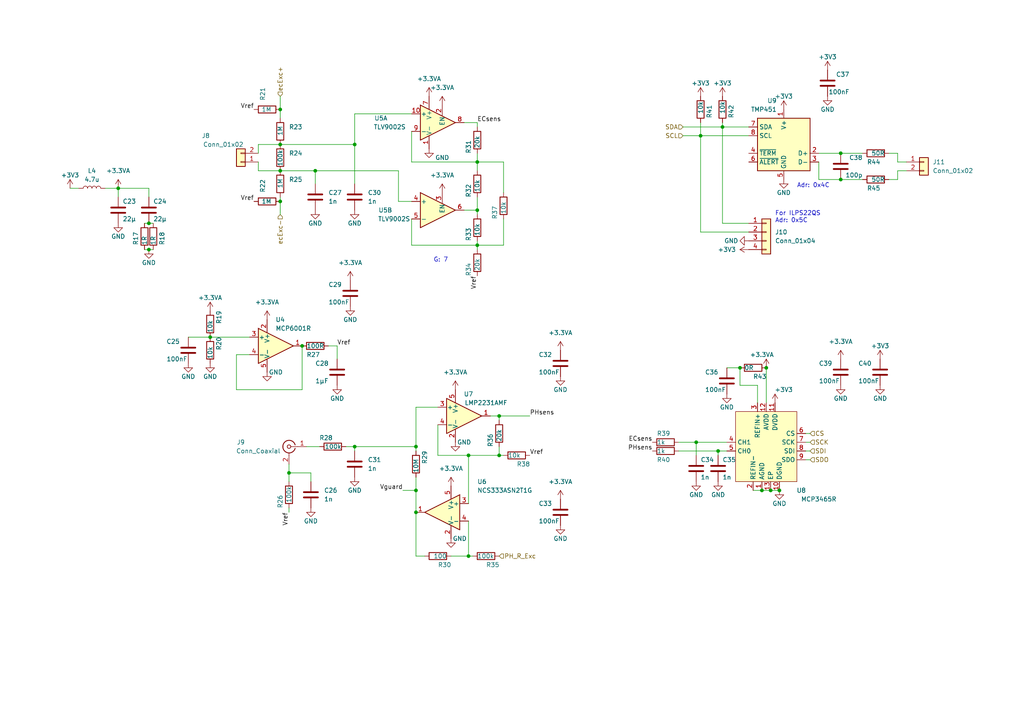
<source format=kicad_sch>
(kicad_sch (version 20211123) (generator eeschema)
  (paper "A4")
  (lib_symbols
    (symbol "Amplifier_Operational:MCP6001R" (pin_names (offset 0.127))
      (property "Reference" "U" (at 0 5.08 0))
      (property "Value" "MCP6001R" (at 0 -5.08 0))
      (symbol "MCP6001R_0_1"
        (polyline (pts (xy -5.08 5.08) (xy 5.08 0) (xy -5.08 -5.08) (xy -5.08 5.08)) (stroke (width 0.254)) (fill (type background)))
        (pin power_in line (at -2.54 7.62 270) (length 3.81) (name "V+") (number "2"))
        (pin power_in line (at -2.54 -7.62 90) (length 3.81) (name "V-") (number "5"))
      )
      (symbol "MCP6001R_1_1"
        (pin output line (at 7.62 0 180) (length 2.54) (name "~") (number "1"))
        (pin input line (at -7.62 2.54 0) (length 2.54) (name "+") (number "3"))
        (pin input line (at -7.62 -2.54 0) (length 2.54) (name "-") (number "4"))
      )
    )
    (symbol "Bergi:LMP2231AMF" (pin_names (offset 0.127))
      (property "Reference" "U" (at 7.62 2.54 0))
      (property "Value" "LMP2231AMF" (at 10.16 -5.08 0))
      (symbol "LMP2231AMF_0_1"
        (polyline (pts (xy -2.54 5.08) (xy -2.54 -5.08) (xy 7.62 0) (xy -2.54 5.08)) (stroke (width 0.254)) (fill (type background)))
      )
      (symbol "LMP2231AMF_1_1"
        (pin output line (at 10.16 0 180) (length 2.54) (name "~") (number "1"))
        (pin power_in line (at 0 -7.62 90) (length 3.81) (name "V-") (number "2"))
        (pin input line (at -5.08 2.54 0) (length 2.54) (name "+") (number "3"))
        (pin input line (at -5.08 -2.54 0) (length 2.54) (name "-") (number "4"))
        (pin power_in line (at 0 7.62 270) (length 3.81) (name "V+") (number "5"))
      )
    )
    (symbol "Bergi:MCP3465R"
      (property "Reference" "U" (at -10.16 11.43 0))
      (property "Value" "MCP3465R" (at 8.89 11.43 0))
      (symbol "MCP3465R_0_1"
        (rectangle (start -10.16 10.16) (end 7.62 -10.16) (fill (type background)))
      )
      (symbol "MCP3465R_1_1"
        (pin unspecified line (at -2.54 -12.7 90) (length 2.54) (name "AGND") (number "1"))
        (pin unspecified line (at 2.54 -12.7 90) (length 2.54) (name "DGND") (number "10"))
        (pin unspecified line (at 1.27 12.7 270) (length 2.54) (name "DVDD") (number "11"))
        (pin unspecified line (at -1.27 12.7 270) (length 2.54) (name "AVDD") (number "12"))
        (pin unspecified line (at 0 -12.7 90) (length 2.54) (name "EP") (number "13"))
        (pin unspecified line (at -5.08 -12.7 90) (length 2.54) (name "REFIN-") (number "2"))
        (pin unspecified line (at -3.81 12.7 270) (length 2.54) (name "REFIN+") (number "3"))
        (pin unspecified line (at -12.7 1.27 0) (length 2.54) (name "CH1") (number "4"))
        (pin unspecified line (at -12.7 -1.27 0) (length 2.54) (name "CH0") (number "5"))
        (pin unspecified line (at 10.16 3.81 180) (length 2.54) (name "CS") (number "6"))
        (pin unspecified line (at 10.16 1.27 180) (length 2.54) (name "SCK") (number "7"))
        (pin unspecified line (at 10.16 -1.27 180) (length 2.54) (name "SDI") (number "8"))
        (pin unspecified line (at 10.16 -3.81 180) (length 2.54) (name "SDO") (number "9"))
      )
    )
    (symbol "Bergi:NCS333ASN2T1G" (pin_names (offset 0.127))
      (property "Reference" "U" (at 7.62 2.54 0))
      (property "Value" "NCS333ASN2T1G" (at 10.16 -5.08 0))
      (symbol "NCS333ASN2T1G_0_1"
        (polyline (pts (xy -2.54 5.08) (xy -2.54 -5.08) (xy 7.62 0) (xy -2.54 5.08)) (stroke (width 0.254)) (fill (type background)))
      )
      (symbol "NCS333ASN2T1G_1_1"
        (pin output line (at 10.16 0 180) (length 2.54) (name "~") (number "1"))
        (pin power_in line (at 0 -7.62 90) (length 3.81) (name "V-") (number "2"))
        (pin input line (at -5.08 2.54 0) (length 2.54) (name "+") (number "3"))
        (pin input line (at -5.08 -2.54 0) (length 2.54) (name "-") (number "4"))
        (pin power_in line (at 0 7.62 270) (length 3.81) (name "V+") (number "5"))
      )
    )
    (symbol "Bergi:TLV9002S" (pin_names (offset 0.127))
      (property "Reference" "U" (at 0 5.08 0))
      (property "Value" "TLV9002S" (at 0 -5.08 0))
      (symbol "TLV9002S_1_1"
        (polyline (pts (xy -5.08 5.08) (xy 5.08 0) (xy -5.08 -5.08) (xy -5.08 5.08)) (stroke (width 0.254)) (fill (type background)))
        (pin input line (at -7.62 2.54 0) (length 2.54) (name "+") (number "10"))
        (pin output line (at 1.27 5.08 270) (length 3.175) (name "EN") (number "2"))
        (pin output line (at 7.62 0 180) (length 2.54) (name "~") (number "8"))
        (pin input line (at -7.62 -2.54 0) (length 2.54) (name "-") (number "9"))
      )
      (symbol "TLV9002S_2_1"
        (polyline (pts (xy -5.08 5.08) (xy 5.08 0) (xy -5.08 -5.08) (xy -5.08 5.08)) (stroke (width 0.254)) (fill (type background)))
        (pin output line (at 1.27 5.08 270) (length 3.175) (name "EN") (number "3"))
        (pin input line (at -7.62 2.54 0) (length 2.54) (name "+") (number "4"))
        (pin input line (at -7.62 -2.54 0) (length 2.54) (name "-") (number "5"))
        (pin output line (at 7.62 0 180) (length 2.54) (name "~") (number "6"))
      )
      (symbol "TLV9002S_3_1"
        (pin power_in line (at -2.54 -7.62 90) (length 3.81) (name "V-") (number "1"))
        (pin power_in line (at -2.54 7.62 270) (length 3.81) (name "V+") (number "7"))
      )
    )
    (symbol "Connector:Conn_Coaxial" (pin_names (offset 1.016) hide)
      (property "Reference" "J" (at 0.254 3.048 0))
      (property "Value" "Conn_Coaxial" (at 2.921 0 90))
      (symbol "Conn_Coaxial_0_1"
        (arc (start -1.778 -0.508) (mid 0.2311 -1.8066) (end 1.778 0) (stroke (width 0.254)))
        (polyline (pts (xy -2.54 0) (xy -0.508 0)))
        (polyline (pts (xy 0 -2.54) (xy 0 -1.778)))
        (circle (center 0 0) (radius 0.508) (stroke (width 0.2032)))
        (arc (start 1.778 0) (mid 0.2099 1.8101) (end -1.778 0.508) (stroke (width 0.254)))
      )
      (symbol "Conn_Coaxial_1_1"
        (pin passive line (at -5.08 0 0) (length 2.54) (name "In") (number "1"))
        (pin passive line (at 0 -5.08 90) (length 2.54) (name "Ext") (number "2"))
      )
    )
    (symbol "Connector_Generic:Conn_01x02" (pin_names (offset 1.016) hide)
      (property "Reference" "J" (at 0 2.54 0))
      (property "Value" "Conn_01x02" (at 0 -5.08 0))
      (symbol "Conn_01x02_1_1"
        (rectangle (start -1.27 -2.413) (end 0 -2.667) (stroke (width 0.1524)))
        (rectangle (start -1.27 0.127) (end 0 -0.127) (stroke (width 0.1524)))
        (rectangle (start -1.27 1.27) (end 1.27 -3.81) (stroke (width 0.254)) (fill (type background)))
        (pin passive line (at -5.08 0 0) (length 3.81) (name "Pin_1") (number "1"))
        (pin passive line (at -5.08 -2.54 0) (length 3.81) (name "Pin_2") (number "2"))
      )
    )
    (symbol "Connector_Generic:Conn_01x04" (pin_names (offset 1.016) hide)
      (property "Reference" "J" (at 0 5.08 0))
      (property "Value" "Conn_01x04" (at 0 -7.62 0))
      (symbol "Conn_01x04_1_1"
        (rectangle (start -1.27 -4.953) (end 0 -5.207) (stroke (width 0.1524)))
        (rectangle (start -1.27 -2.413) (end 0 -2.667) (stroke (width 0.1524)))
        (rectangle (start -1.27 0.127) (end 0 -0.127) (stroke (width 0.1524)))
        (rectangle (start -1.27 2.667) (end 0 2.413) (stroke (width 0.1524)))
        (rectangle (start -1.27 3.81) (end 1.27 -6.35) (stroke (width 0.254)) (fill (type background)))
        (pin passive line (at -5.08 2.54 0) (length 3.81) (name "Pin_1") (number "1"))
        (pin passive line (at -5.08 0 0) (length 3.81) (name "Pin_2") (number "2"))
        (pin passive line (at -5.08 -2.54 0) (length 3.81) (name "Pin_3") (number "3"))
        (pin passive line (at -5.08 -5.08 0) (length 3.81) (name "Pin_4") (number "4"))
      )
    )
    (symbol "Device:C" (pin_numbers hide) (pin_names (offset 0.254))
      (property "Reference" "C" (at 0.635 2.54 0))
      (property "Value" "C" (at 0.635 -2.54 0))
      (symbol "C_0_1"
        (polyline (pts (xy -2.032 -0.762) (xy 2.032 -0.762)) (stroke (width 0.508)))
        (polyline (pts (xy -2.032 0.762) (xy 2.032 0.762)) (stroke (width 0.508)))
      )
      (symbol "C_1_1"
        (pin passive line (at 0 3.81 270) (length 2.794) (name "~") (number "1"))
        (pin passive line (at 0 -3.81 90) (length 2.794) (name "~") (number "2"))
      )
    )
    (symbol "Device:L" (pin_numbers hide) (pin_names (offset 1.016) hide)
      (property "Reference" "L" (at -1.27 0 90))
      (property "Value" "L" (at 1.905 0 90))
      (symbol "L_0_1"
        (arc (start 0 -2.54) (mid 0.635 -1.905) (end 0 -1.27))
        (arc (start 0 -1.27) (mid 0.635 -0.635) (end 0 0))
        (arc (start 0 0) (mid 0.635 0.635) (end 0 1.27))
        (arc (start 0 1.27) (mid 0.635 1.905) (end 0 2.54))
      )
      (symbol "L_1_1"
        (pin passive line (at 0 3.81 270) (length 1.27) (name "1") (number "1"))
        (pin passive line (at 0 -3.81 90) (length 1.27) (name "2") (number "2"))
      )
    )
    (symbol "Device:R" (pin_numbers hide) (pin_names (offset 0))
      (property "Reference" "R" (at 2.032 0 90))
      (property "Value" "R" (at 0 0 90))
      (symbol "R_0_1"
        (rectangle (start -1.016 -2.54) (end 1.016 2.54) (stroke (width 0.254)))
      )
      (symbol "R_1_1"
        (pin passive line (at 0 3.81 270) (length 1.27) (name "~") (number "1"))
        (pin passive line (at 0 -3.81 90) (length 1.27) (name "~") (number "2"))
      )
    )
    (symbol "Sensor_Temperature:TMP411"
      (property "Reference" "U" (at -7.62 8.89 0))
      (property "Value" "TMP411" (at 1.27 8.89 0))
      (symbol "TMP411_0_1"
        (rectangle (start -7.62 7.62) (end 7.62 -7.62) (stroke (width 0.254)) (fill (type background)))
      )
      (symbol "TMP411_1_1"
        (pin power_in line (at 0 10.16 270) (length 2.54) (name "V+") (number "1"))
        (pin passive line (at -10.16 -2.54 0) (length 2.54) (name "D+") (number "2"))
        (pin passive line (at -10.16 -5.08 0) (length 2.54) (name "D-") (number "3"))
        (pin open_collector line (at 10.16 -2.54 180) (length 2.54) (name "~{TERM}") (number "4"))
        (pin power_in line (at 0 -10.16 90) (length 2.54) (name "GND") (number "5"))
        (pin open_collector line (at 10.16 -5.08 180) (length 2.54) (name "~{ALERT}") (number "6"))
        (pin bidirectional line (at 10.16 5.08 180) (length 2.54) (name "SDA") (number "7"))
        (pin input line (at 10.16 2.54 180) (length 2.54) (name "SCL") (number "8"))
      )
    )
    (symbol "power:+3.3VA" (power) (pin_names (offset 0))
      (property "Value" "+3.3VA" (at 0 3.556 0))
      (symbol "+3.3VA_0_1"
        (polyline (pts (xy -0.762 1.27) (xy 0 2.54)))
        (polyline (pts (xy 0 0) (xy 0 2.54)))
        (polyline (pts (xy 0 2.54) (xy 0.762 1.27)))
      )
      (symbol "+3.3VA_1_1"
        (pin power_in line (at 0 0 90) (length 0) hide (name "+3.3VA") (number "1"))
      )
    )
    (symbol "power:+3V3" (power) (pin_names (offset 0))
      (property "Value" "+3V3" (at 0 3.556 0))
      (symbol "+3V3_0_1"
        (polyline (pts (xy -0.762 1.27) (xy 0 2.54)))
        (polyline (pts (xy 0 0) (xy 0 2.54)))
        (polyline (pts (xy 0 2.54) (xy 0.762 1.27)))
      )
      (symbol "+3V3_1_1"
        (pin power_in line (at 0 0 90) (length 0) hide (name "+3V3") (number "1"))
      )
    )
    (symbol "power:GND" (power) (pin_names (offset 0))
      (property "Value" "GND" (at 0 -3.81 0))
      (symbol "GND_0_1"
        (polyline (pts (xy 0 0) (xy 0 -1.27) (xy 1.27 -1.27) (xy 0 -2.54) (xy -1.27 -1.27) (xy 0 -1.27)))
      )
      (symbol "GND_1_1"
        (pin power_in line (at 0 0 270) (length 0) hide (name "GND") (number "1"))
      )
    )
  )
  (junction (at 120.65 129.54))
  (junction (at 60.96 97.79))
  (junction (at 214.63 106.68))
  (junction (at 243.84 44.45))
  (junction (at 138.43 60.96))
  (junction (at 138.43 71.12))
  (junction (at 81.28 31.75))
  (junction (at 81.28 41.91))
  (junction (at 203.2 39.37))
  (junction (at 34.29 54.61))
  (junction (at 83.82 137.16))
  (junction (at 222.25 106.68))
  (junction (at 102.87 129.54))
  (junction (at 209.55 36.83))
  (junction (at 120.65 148.59))
  (junction (at 91.44 49.53))
  (junction (at 220.98 142.24))
  (junction (at 81.28 49.53))
  (junction (at 208.28 130.81))
  (junction (at 138.43 46.99))
  (junction (at 135.89 132.08))
  (junction (at 243.84 52.07))
  (junction (at 87.63 100.33))
  (junction (at 223.52 142.24))
  (junction (at 144.78 120.65))
  (junction (at 43.18 64.77))
  (junction (at 201.93 128.27))
  (junction (at 43.18 72.39))
  (junction (at 81.28 58.42))
  (junction (at 120.65 142.24))
  (junction (at 135.89 161.29))
  (junction (at 226.06 142.24))
  (junction (at 102.87 41.91))
  (junction (at 144.78 132.08))
  (wire (pts (xy 91.44 49.53) (xy 115.57 49.53)))
  (wire (pts (xy 81.28 58.42) (xy 81.28 57.15)))
  (wire (pts (xy 102.87 53.34) (xy 102.87 41.91)))
  (wire (pts (xy 144.78 129.54) (xy 144.78 132.08)))
  (wire (pts (xy 41.91 64.77) (xy 43.18 64.77)))
  (wire (pts (xy 233.68 130.81) (xy 234.95 130.81)))
  (wire (pts (xy 214.63 111.76) (xy 214.63 106.68)))
  (wire (pts (xy 217.17 67.31) (xy 203.2 67.31)))
  (wire (pts (xy 233.68 125.73) (xy 234.95 125.73)))
  (wire (pts (xy 81.28 62.23) (xy 81.28 58.42)))
  (wire (pts (xy 102.87 130.81) (xy 102.87 129.54)))
  (wire (pts (xy 262.89 46.99) (xy 260.35 46.99)))
  (wire (pts (xy 260.35 44.45) (xy 257.81 44.45)))
  (wire (pts (xy 135.89 132.08) (xy 135.89 146.05)))
  (wire (pts (xy 138.43 71.12) (xy 138.43 72.39)))
  (wire (pts (xy 90.17 139.7) (xy 90.17 137.16)))
  (wire (pts (xy 43.18 64.77) (xy 44.45 64.77)))
  (wire (pts (xy 138.43 44.45) (xy 138.43 46.99)))
  (wire (pts (xy 135.89 132.08) (xy 144.78 132.08)))
  (wire (pts (xy 198.12 39.37) (xy 203.2 39.37)))
  (wire (pts (xy 209.55 36.83) (xy 217.17 36.83)))
  (wire (pts (xy 120.65 129.54) (xy 102.87 129.54)))
  (wire (pts (xy 88.9 129.54) (xy 92.71 129.54)))
  (wire (pts (xy 120.65 138.43) (xy 120.65 142.24)))
  (wire (pts (xy 74.93 46.99) (xy 74.93 49.53)))
  (wire (pts (xy 237.49 52.07) (xy 243.84 52.07)))
  (wire (pts (xy 102.87 33.02) (xy 102.87 41.91)))
  (wire (pts (xy 119.38 71.12) (xy 138.43 71.12)))
  (wire (pts (xy 74.93 41.91) (xy 81.28 41.91)))
  (wire (pts (xy 120.65 148.59) (xy 120.65 142.24)))
  (wire (pts (xy 34.29 54.61) (xy 34.29 57.15)))
  (wire (pts (xy 250.19 44.45) (xy 243.84 44.45)))
  (wire (pts (xy 127 132.08) (xy 135.89 132.08)))
  (wire (pts (xy 120.65 161.29) (xy 123.19 161.29)))
  (wire (pts (xy 115.57 49.53) (xy 115.57 58.42)))
  (wire (pts (xy 217.17 64.77) (xy 209.55 64.77)))
  (wire (pts (xy 138.43 69.85) (xy 138.43 71.12)))
  (wire (pts (xy 201.93 132.08) (xy 201.93 128.27)))
  (wire (pts (xy 220.98 142.24) (xy 223.52 142.24)))
  (wire (pts (xy 219.71 116.84) (xy 219.71 111.76)))
  (wire (pts (xy 237.49 46.99) (xy 237.49 52.07)))
  (wire (pts (xy 120.65 129.54) (xy 120.65 130.81)))
  (wire (pts (xy 81.28 49.53) (xy 91.44 49.53)))
  (wire (pts (xy 83.82 137.16) (xy 83.82 134.62)))
  (wire (pts (xy 68.58 102.87) (xy 68.58 113.03)))
  (wire (pts (xy 134.62 60.96) (xy 138.43 60.96)))
  (wire (pts (xy 203.2 35.56) (xy 203.2 39.37)))
  (wire (pts (xy 260.35 52.07) (xy 257.81 52.07)))
  (wire (pts (xy 81.28 31.75) (xy 81.28 34.29)))
  (wire (pts (xy 209.55 64.77) (xy 209.55 36.83)))
  (wire (pts (xy 260.35 49.53) (xy 260.35 52.07)))
  (wire (pts (xy 83.82 139.7) (xy 83.82 137.16)))
  (wire (pts (xy 198.12 36.83) (xy 209.55 36.83)))
  (wire (pts (xy 74.93 49.53) (xy 81.28 49.53)))
  (wire (pts (xy 72.39 102.87) (xy 68.58 102.87)))
  (wire (pts (xy 223.52 142.24) (xy 226.06 142.24)))
  (wire (pts (xy 97.79 100.33) (xy 97.79 104.14)))
  (wire (pts (xy 120.65 148.59) (xy 120.65 161.29)))
  (wire (pts (xy 214.63 106.68) (xy 210.82 106.68)))
  (wire (pts (xy 119.38 63.5) (xy 119.38 71.12)))
  (wire (pts (xy 138.43 46.99) (xy 138.43 49.53)))
  (wire (pts (xy 87.63 113.03) (xy 87.63 100.33)))
  (wire (pts (xy 91.44 53.34) (xy 91.44 49.53)))
  (wire (pts (xy 142.24 120.65) (xy 144.78 120.65)))
  (wire (pts (xy 97.79 100.33) (xy 95.25 100.33)))
  (wire (pts (xy 135.89 161.29) (xy 135.89 151.13)))
  (wire (pts (xy 196.85 130.81) (xy 208.28 130.81)))
  (wire (pts (xy 120.65 118.11) (xy 120.65 129.54)))
  (wire (pts (xy 203.2 39.37) (xy 217.17 39.37)))
  (wire (pts (xy 83.82 148.59) (xy 83.82 147.32)))
  (wire (pts (xy 146.05 55.88) (xy 146.05 46.99)))
  (wire (pts (xy 201.93 128.27) (xy 196.85 128.27)))
  (wire (pts (xy 203.2 67.31) (xy 203.2 39.37)))
  (wire (pts (xy 134.62 35.56) (xy 138.43 35.56)))
  (wire (pts (xy 60.96 97.79) (xy 72.39 97.79)))
  (wire (pts (xy 54.61 97.79) (xy 60.96 97.79)))
  (wire (pts (xy 102.87 129.54) (xy 100.33 129.54)))
  (wire (pts (xy 260.35 46.99) (xy 260.35 44.45)))
  (wire (pts (xy 138.43 57.15) (xy 138.43 60.96)))
  (wire (pts (xy 135.89 161.29) (xy 137.16 161.29)))
  (wire (pts (xy 43.18 57.15) (xy 43.18 54.61)))
  (wire (pts (xy 116.84 142.24) (xy 120.65 142.24)))
  (wire (pts (xy 144.78 120.65) (xy 144.78 121.92)))
  (wire (pts (xy 250.19 52.07) (xy 243.84 52.07)))
  (wire (pts (xy 146.05 71.12) (xy 138.43 71.12)))
  (wire (pts (xy 81.28 41.91) (xy 102.87 41.91)))
  (wire (pts (xy 130.81 161.29) (xy 135.89 161.29)))
  (wire (pts (xy 146.05 63.5) (xy 146.05 71.12)))
  (wire (pts (xy 43.18 72.39) (xy 44.45 72.39)))
  (wire (pts (xy 209.55 35.56) (xy 209.55 36.83)))
  (wire (pts (xy 233.68 128.27) (xy 234.95 128.27)))
  (wire (pts (xy 115.57 58.42) (xy 119.38 58.42)))
  (wire (pts (xy 43.18 54.61) (xy 34.29 54.61)))
  (wire (pts (xy 219.71 111.76) (xy 214.63 111.76)))
  (wire (pts (xy 119.38 33.02) (xy 102.87 33.02)))
  (wire (pts (xy 222.25 106.68) (xy 222.25 116.84)))
  (wire (pts (xy 74.93 44.45) (xy 74.93 41.91)))
  (wire (pts (xy 30.48 54.61) (xy 34.29 54.61)))
  (wire (pts (xy 146.05 46.99) (xy 138.43 46.99)))
  (wire (pts (xy 20.32 54.61) (xy 22.86 54.61)))
  (wire (pts (xy 119.38 46.99) (xy 138.43 46.99)))
  (wire (pts (xy 144.78 120.65) (xy 153.67 120.65)))
  (wire (pts (xy 208.28 132.08) (xy 208.28 130.81)))
  (wire (pts (xy 127 118.11) (xy 120.65 118.11)))
  (wire (pts (xy 208.28 130.81) (xy 210.82 130.81)))
  (wire (pts (xy 218.44 142.24) (xy 220.98 142.24)))
  (wire (pts (xy 262.89 49.53) (xy 260.35 49.53)))
  (wire (pts (xy 144.78 132.08) (xy 146.05 132.08)))
  (wire (pts (xy 68.58 113.03) (xy 87.63 113.03)))
  (wire (pts (xy 81.28 27.94) (xy 81.28 31.75)))
  (wire (pts (xy 41.91 72.39) (xy 43.18 72.39)))
  (wire (pts (xy 233.68 133.35) (xy 234.95 133.35)))
  (wire (pts (xy 119.38 38.1) (xy 119.38 46.99)))
  (wire (pts (xy 127 123.19) (xy 127 132.08)))
  (wire (pts (xy 138.43 35.56) (xy 138.43 36.83)))
  (wire (pts (xy 90.17 137.16) (xy 83.82 137.16)))
  (wire (pts (xy 201.93 128.27) (xy 210.82 128.27)))
  (wire (pts (xy 138.43 62.23) (xy 138.43 60.96)))
  (wire (pts (xy 243.84 44.45) (xy 237.49 44.45)))
  (text "Adr: 0x4C" (at 231.14 54.61 0) (effects (font (size 1.27 1.27)) (justify left bottom)))
  (text "For ILPS22QS\nAdr: 0x5C" (at 224.79 64.77 0) (effects (font (size 1.27 1.27)) (justify left bottom)))
  (text "G: 7" (at 125.73 76.2 0) (effects (font (size 1.27 1.27)) (justify left bottom)))
  (label "Vguard" (at 116.84 142.24 180))
  (label "PHsens" (at 153.67 120.65 0))
  (label "Vref" (at 83.82 148.59 270))
  (label "Vref" (at 73.66 58.42 180))
  (label "ECsens" (at 189.23 128.27 180))
  (label "Vref" (at 97.79 100.33 0))
  (label "Vref" (at 73.66 31.75 180))
  (label "Vref" (at 138.43 80.01 270))
  (label "ECsens" (at 138.43 35.56 0))
  (label "Vref" (at 153.67 132.08 0))
  (label "PHsens" (at 189.23 130.81 180))
  (hierarchical_label "PH_R_Exc" (shape input) (at 144.78 161.29 0))
  (hierarchical_label "SDI" (shape input) (at 234.95 130.81 0))
  (hierarchical_label "SCL" (shape input) (at 198.12 39.37 180))
  (hierarchical_label "SCK" (shape input) (at 234.95 128.27 0))
  (hierarchical_label "ecExc+" (shape input) (at 81.28 27.94 90))
  (hierarchical_label "SDA" (shape input) (at 198.12 36.83 180))
  (hierarchical_label "CS" (shape input) (at 234.95 125.73 0))
  (hierarchical_label "ecExc-" (shape input) (at 81.28 62.23 270))
  (hierarchical_label "SDO" (shape input) (at 234.95 133.35 0))
  (symbol (lib_id "power:GND") (at 101.6 88.9 0) (unit 1)
    (property "Reference" "#PWR074" (effects hide))
    (property "Value" "GND" (at 101.6 92.71 0))
  )
  (symbol (lib_id "power:GND") (at 124.46 43.18 0) (unit 1)
    (property "Reference" "#PWR078" (effects hide))
    (property "Value" "GND" (at 128.27 45.72 0))
  )
  (symbol (lib_id "power:+3V3") (at 240.03 20.32 0) (mirror y) (unit 1)
    (property "Reference" "#PWR0101" (effects hide))
    (property "Value" "+3V3" (at 240.03 16.51 0))
  )
  (symbol (lib_id "power:GND") (at 210.82 114.3 0) (unit 1)
    (property "Reference" "#PWR093" (effects hide))
    (property "Value" "GND" (at 210.82 118.11 0))
  )
  (symbol (lib_id "power:GND") (at 162.56 152.4 0) (unit 1)
    (property "Reference" "#PWR088" (effects hide))
    (property "Value" "GND" (at 162.56 156.21 0))
  )
  (symbol (lib_id "power:+3.3VA") (at 34.29 54.61 0) (unit 1)
    (property "Reference" "#PWR062" (effects hide))
    (property "Value" "+3.3VA" (at 34.29 49.53 0))
  )
  (symbol (lib_id "Device:C") (at 91.44 57.15 0) (unit 1)
    (property "Reference" "C27" (at 95.25 55.8799 0) (effects (justify left)))
    (property "Value" "1n" (at 95.25 58.4199 0) (effects (justify left)))
    (property "Footprint" "Capacitor_SMD:C_0603_1608Metric" (effects hide))
  )
  (symbol (lib_id "power:+3.3VA") (at 162.56 101.6 0) (unit 1)
    (property "Reference" "#PWR085" (effects hide))
    (property "Value" "+3.3VA" (at 162.56 96.52 0))
  )
  (symbol (lib_id "Device:R") (at 91.44 100.33 270) (unit 1)
    (property "Reference" "R27" (at 88.9 102.87 90) (effects (justify left)))
    (property "Value" "100R" (at 88.9 100.33 90) (effects (justify left)))
    (property "Footprint" "Inductor_SMD:L_0603_1608Metric" (effects hide))
  )
  (symbol (lib_id "power:GND") (at 226.06 142.24 0) (unit 1)
    (property "Reference" "#PWR098" (effects hide))
    (property "Value" "GND" (at 226.06 146.05 0))
  )
  (symbol (lib_id "Device:C") (at 208.28 135.89 0) (unit 1)
    (property "Reference" "C35" (at 209.55 133.35 0) (effects (justify left)))
    (property "Value" "1n" (at 209.55 138.43 0) (effects (justify left)))
    (property "Footprint" "Capacitor_SMD:C_0603_1608Metric" (effects hide))
  )
  (symbol (lib_id "Connector_Generic:Conn_01x02") (at 69.85 46.99 180) (unit 1)
    (property "Reference" "J8" (at 59.69 39.37 0))
    (property "Value" "Conn_01x02" (at 64.77 41.91 0))
    (property "Footprint" "Connector_JST:JST_EH_B2B-EH-A_1x02_P2.50mm_Vertical" (effects hide))
  )
  (symbol (lib_id "power:GND") (at 43.18 72.39 0) (unit 1)
    (property "Reference" "#PWR064" (effects hide))
    (property "Value" "GND" (at 43.18 76.2 0))
  )
  (symbol (lib_id "Connector_Generic:Conn_01x04") (at 222.25 67.31 0) (unit 1)
    (property "Reference" "J10" (at 224.79 67.3099 0) (effects (justify left)))
    (property "Value" "Conn_01x04" (at 224.79 69.8499 0) (effects (justify left)))
    (property "Footprint" "Connector_JST:JST_EH_B4B-EH-A_1x04_P2.50mm_Vertical" (effects hide))
  )
  (symbol (lib_id "power:+3.3VA") (at 243.84 104.14 0) (unit 1)
    (property "Reference" "#PWR0103" (effects hide))
    (property "Value" "+3.3VA" (at 243.84 99.06 0))
  )
  (symbol (lib_id "Device:R") (at 254 52.07 270) (mirror x) (unit 1)
    (property "Reference" "R45" (at 251.46 54.61 90) (effects (justify left)))
    (property "Value" "50R" (at 252.73 52.07 90) (effects (justify left)))
    (property "Footprint" "Resistor_SMD:R_0603_1608Metric" (effects hide))
  )
  (symbol (lib_id "power:GND") (at 240.03 27.94 0) (mirror y) (unit 1)
    (property "Reference" "#PWR0102" (effects hide))
    (property "Value" "GND" (at 240.03 31.75 0))
  )
  (symbol (lib_id "power:+3V3") (at 224.79 116.84 0) (mirror y) (unit 1)
    (property "Reference" "#PWR097" (effects hide))
    (property "Value" "+3V3" (at 227.33 113.03 0))
  )
  (symbol (lib_id "Device:R") (at 77.47 58.42 90) (unit 1)
    (property "Reference" "R22" (at 76.1999 55.88 0) (effects (justify left)))
    (property "Value" "1M" (at 78.74 58.42 90) (effects (justify left)))
    (property "Footprint" "Inductor_SMD:L_0603_1608Metric" (effects hide))
  )
  (symbol (lib_id "Bergi:MCP3465R") (at 223.52 129.54 0) (unit 1)
    (property "Reference" "U8" (at 232.41 142.24 0))
    (property "Value" "MCP3465R" (at 237.49 144.78 0))
    (property "Footprint" "Bergi:QFN-12_EP_2x2_Pitch0.4mm" (effects hide))
  )
  (symbol (lib_id "power:GND") (at 90.17 147.32 0) (unit 1)
    (property "Reference" "#PWR070" (effects hide))
    (property "Value" "GND" (at 90.17 151.13 0))
  )
  (symbol (lib_id "Device:C") (at 101.6 85.09 0) (unit 1)
    (property "Reference" "C29" (at 95.25 82.55 0) (effects (justify left)))
    (property "Value" "100nF" (at 95.25 87.63 0) (effects (justify left)))
    (property "Footprint" "Capacitor_SMD:C_0603_1608Metric" (effects hide))
  )
  (symbol (lib_id "power:GND") (at 102.87 138.43 0) (unit 1)
    (property "Reference" "#PWR076" (effects hide))
    (property "Value" "GND" (at 102.87 142.24 0))
  )
  (symbol (lib_id "Device:R") (at 81.28 53.34 0) (unit 1)
    (property "Reference" "R25" (at 83.82 52.0699 0) (effects (justify left)))
    (property "Value" "1M" (at 81.28 54.61 90) (effects (justify left)))
    (property "Footprint" "Inductor_SMD:L_0603_1608Metric" (effects hide))
  )
  (symbol (lib_id "Device:R") (at 144.78 125.73 180) (unit 1)
    (property "Reference" "R36" (at 142.24 125.73 90) (effects (justify left)))
    (property "Value" "20k" (at 144.78 124.46 90) (effects (justify left)))
    (property "Footprint" "Inductor_SMD:L_0603_1608Metric" (effects hide))
  )
  (symbol (lib_id "Device:R") (at 193.04 128.27 270) (unit 1)
    (property "Reference" "R39" (at 190.5 125.73 90) (effects (justify left)))
    (property "Value" "1k" (at 190.5 128.27 90) (effects (justify left)))
    (property "Footprint" "Inductor_SMD:L_0603_1608Metric" (effects hide))
  )
  (symbol (lib_id "Device:R") (at 209.55 31.75 0) (mirror y) (unit 1)
    (property "Reference" "R42" (at 212.09 34.29 90) (effects (justify left)))
    (property "Value" "10k" (at 209.55 33.02 90) (effects (justify left)))
    (property "Footprint" "Resistor_SMD:R_0603_1608Metric" (effects hide))
  )
  (symbol (lib_id "Device:R") (at 96.52 129.54 90) (unit 1)
    (property "Reference" "R28" (at 96.52 127 90) (effects (justify left)))
    (property "Value" "100k" (at 99.06 129.54 90) (effects (justify left)))
    (property "Footprint" "Inductor_SMD:L_0603_1608Metric" (effects hide))
  )
  (symbol (lib_id "Device:C") (at 240.03 24.13 0) (mirror y) (unit 1)
    (property "Reference" "C37" (at 246.38 21.59 0) (effects (justify left)))
    (property "Value" "100nF" (at 246.38 26.67 0) (effects (justify left)))
    (property "Footprint" "Capacitor_SMD:C_0603_1608Metric" (effects hide))
  )
  (symbol (lib_id "power:GND") (at 97.79 111.76 0) (unit 1)
    (property "Reference" "#PWR072" (effects hide))
    (property "Value" "GND" (at 97.79 115.57 0))
  )
  (symbol (lib_id "Device:R") (at 203.2 31.75 0) (mirror y) (unit 1)
    (property "Reference" "R41" (at 205.74 34.29 90) (effects (justify left)))
    (property "Value" "10k" (at 203.2 33.02 90) (effects (justify left)))
    (property "Footprint" "Resistor_SMD:R_0603_1608Metric" (effects hide))
  )
  (symbol (lib_id "power:+3V3") (at 20.32 54.61 0) (mirror y) (unit 1)
    (property "Reference" "#PWR061" (effects hide))
    (property "Value" "+3V3" (at 20.32 50.8 0))
  )
  (symbol (lib_id "power:+3.3VA") (at 128.27 30.48 0) (unit 1)
    (property "Reference" "#PWR079" (effects hide))
    (property "Value" "+3.3VA" (at 128.27 25.4 0))
  )
  (symbol (lib_id "Device:R") (at 120.65 134.62 0) (unit 1)
    (property "Reference" "R29" (at 123.19 134.62 90) (effects (justify left)))
    (property "Value" "10M" (at 120.65 137.16 90) (effects (justify left)))
    (property "Footprint" "Inductor_SMD:L_0603_1608Metric" (effects hide))
  )
  (symbol (lib_id "Device:R") (at 41.91 68.58 0) (unit 1)
    (property "Reference" "R17" (at 39.37 71.12 90) (effects (justify left)))
    (property "Value" "1R" (at 41.91 71.12 90) (effects (justify left)))
    (property "Footprint" "Inductor_SMD:L_0603_1608Metric" (effects hide))
  )
  (symbol (lib_id "power:GND") (at 201.93 139.7 0) (unit 1)
    (property "Reference" "#PWR089" (effects hide))
    (property "Value" "GND" (at 201.93 143.51 0))
  )
  (symbol (lib_id "Bergi:NCS333ASN2T1G") (at 130.81 148.59 0) (mirror y) (unit 1)
    (property "Reference" "U6" (at 138.43 139.7 0) (effects (justify right)))
    (property "Value" "NCS333ASN2T1G" (at 138.43 142.24 0) (effects (justify right)))
    (property "Footprint" "Package_TO_SOT_SMD:SOT-23-5" (effects hide))
  )
  (symbol (lib_id "Sensor_Temperature:TMP411") (at 227.33 41.91 0) (mirror y) (unit 1)
    (property "Reference" "U9" (at 225.3106 29.21 0) (effects (justify left)))
    (property "Value" "TMP451" (at 225.3106 31.75 0) (effects (justify left)))
    (property "Footprint" "Bergi:TI_WSON8_2x2mm_noEP" (effects hide))
    (property "Datasheet" "http://www.ti.com.cn/cn/lit/ds/symlink/tmp411.pdf" (effects hide))
  )
  (symbol (lib_id "Device:C") (at 162.56 148.59 0) (unit 1)
    (property "Reference" "C33" (at 156.21 146.05 0) (effects (justify left)))
    (property "Value" "100nF" (at 156.21 151.13 0) (effects (justify left)))
    (property "Footprint" "Capacitor_SMD:C_0603_1608Metric" (effects hide))
  )
  (symbol (lib_id "power:GND") (at 54.61 105.41 0) (unit 1)
    (property "Reference" "#PWR065" (effects hide))
    (property "Value" "GND" (at 54.61 109.22 0))
  )
  (symbol (lib_id "power:GND") (at 130.81 156.21 0) (unit 1)
    (property "Reference" "#PWR082" (effects hide))
    (property "Value" "GND" (at 133.35 156.21 0))
  )
  (symbol (lib_id "power:GND") (at 217.17 69.85 270) (mirror x) (unit 1)
    (property "Reference" "#PWR094" (effects hide))
    (property "Value" "GND" (at 212.09 69.85 90))
  )
  (symbol (lib_id "Device:R") (at 127 161.29 270) (unit 1)
    (property "Reference" "R30" (at 127 163.83 90) (effects (justify left)))
    (property "Value" "100" (at 125.73 161.29 90) (effects (justify left)))
    (property "Footprint" "Inductor_SMD:L_0603_1608Metric" (effects hide))
  )
  (symbol (lib_id "power:GND") (at 77.47 107.95 0) (unit 1)
    (property "Reference" "#PWR069" (effects hide))
    (property "Value" "GND" (at 80.01 107.95 0))
  )
  (symbol (lib_id "Device:C") (at 102.87 57.15 0) (unit 1)
    (property "Reference" "C30" (at 106.68 55.8799 0) (effects (justify left)))
    (property "Value" "1n" (at 106.68 58.4199 0) (effects (justify left)))
    (property "Footprint" "Capacitor_SMD:C_0603_1608Metric" (effects hide))
  )
  (symbol (lib_id "Device:C") (at 97.79 107.95 0) (unit 1)
    (property "Reference" "C28" (at 91.44 105.41 0) (effects (justify left)))
    (property "Value" "1µF" (at 91.44 110.49 0) (effects (justify left)))
    (property "Footprint" "Capacitor_SMD:C_0603_1608Metric" (effects hide))
  )
  (symbol (lib_id "power:GND") (at 102.87 60.96 0) (unit 1)
    (property "Reference" "#PWR075" (effects hide))
    (property "Value" "GND" (at 102.87 64.77 0))
  )
  (symbol (lib_id "Bergi:TLV9002S") (at 127 35.56 0) (unit 3)
    (property "Reference" "U5" (effects hide))
    (property "Value" "TLV9002S" (effects hide))
    (property "Footprint" "Bergi:Texas_S-X2QFN-10" (effects hide))
    (property "HTN" "TI TLV9002SIRUGR" (effects hide))
  )
  (symbol (lib_id "power:+3V3") (at 203.2 27.94 0) (mirror y) (unit 1)
    (property "Reference" "#PWR090" (effects hide))
    (property "Value" "+3V3" (at 203.2 24.13 0))
  )
  (symbol (lib_id "Bergi:TLV9002S") (at 127 60.96 0) (unit 2)
    (property "Reference" "U5" (at 111.76 60.96 0))
    (property "Value" "TLV9002S" (at 114.3 63.5 0))
    (property "Footprint" "Bergi:Texas_S-X2QFN-10" (effects hide))
    (property "HTN" "TI TLV9002SIRUGR" (effects hide))
  )
  (symbol (lib_id "Device:C") (at 243.84 107.95 0) (unit 1)
    (property "Reference" "C39" (at 237.49 105.41 0) (effects (justify left)))
    (property "Value" "100nF" (at 237.49 110.49 0) (effects (justify left)))
    (property "Footprint" "Capacitor_SMD:C_0603_1608Metric" (effects hide))
  )
  (symbol (lib_id "power:GND") (at 227.33 52.07 0) (mirror y) (unit 1)
    (property "Reference" "#PWR0100" (effects hide))
    (property "Value" "GND" (at 227.33 55.88 0))
  )
  (symbol (lib_id "Device:L") (at 26.67 54.61 90) (unit 1)
    (property "Reference" "L4" (at 26.67 49.53 90))
    (property "Value" "4.7u" (at 26.67 52.07 90))
    (property "Footprint" "Inductor_SMD:L_1008_2520Metric" (effects hide))
  )
  (symbol (lib_id "power:+3.3VA") (at 124.46 27.94 0) (unit 1)
    (property "Reference" "#PWR077" (effects hide))
    (property "Value" "+3.3VA" (at 124.46 22.86 0))
  )
  (symbol (lib_id "Device:R") (at 44.45 68.58 0) (unit 1)
    (property "Reference" "R18" (at 46.99 71.12 90) (effects (justify left)))
    (property "Value" "1R" (at 44.45 71.12 90) (effects (justify left)))
    (property "Footprint" "Inductor_SMD:L_0603_1608Metric" (effects hide))
  )
  (symbol (lib_id "Device:C") (at 162.56 105.41 0) (unit 1)
    (property "Reference" "C32" (at 156.21 102.87 0) (effects (justify left)))
    (property "Value" "100nF" (at 156.21 107.95 0) (effects (justify left)))
    (property "Footprint" "Capacitor_SMD:C_0603_1608Metric" (effects hide))
  )
  (symbol (lib_id "power:GND") (at 243.84 111.76 0) (unit 1)
    (property "Reference" "#PWR0104" (effects hide))
    (property "Value" "GND" (at 243.84 115.57 0))
  )
  (symbol (lib_id "Device:R") (at 60.96 93.98 0) (unit 1)
    (property "Reference" "R19" (at 63.5 93.98 90) (effects (justify left)))
    (property "Value" "10k" (at 60.96 96.52 90) (effects (justify left)))
    (property "Footprint" "Inductor_SMD:L_0603_1608Metric" (effects hide))
  )
  (symbol (lib_id "Device:R") (at 83.82 143.51 180) (unit 1)
    (property "Reference" "R26" (at 81.28 143.51 90) (effects (justify left)))
    (property "Value" "100k" (at 83.82 140.97 90) (effects (justify left)))
    (property "Footprint" "Inductor_SMD:L_0603_1608Metric" (effects hide))
  )
  (symbol (lib_id "power:+3.3VA") (at 128.27 55.88 0) (unit 1)
    (property "Reference" "#PWR080" (effects hide))
    (property "Value" "+3.3VA" (at 128.27 50.8 0))
  )
  (symbol (lib_id "Device:R") (at 81.28 45.72 0) (unit 1)
    (property "Reference" "R24" (at 83.82 44.4499 0) (effects (justify left)))
    (property "Value" "100k" (at 81.28 48.26 90) (effects (justify left)))
    (property "Footprint" "Inductor_SMD:L_0603_1608Metric" (effects hide))
  )
  (symbol (lib_id "power:GND") (at 208.28 139.7 0) (unit 1)
    (property "Reference" "#PWR091" (effects hide))
    (property "Value" "GND" (at 208.28 143.51 0))
  )
  (symbol (lib_id "power:GND") (at 34.29 64.77 0) (unit 1)
    (property "Reference" "#PWR063" (effects hide))
    (property "Value" "GND" (at 34.29 68.58 0))
  )
  (symbol (lib_id "Device:R") (at 60.96 101.6 0) (unit 1)
    (property "Reference" "R20" (at 63.5 101.6 90) (effects (justify left)))
    (property "Value" "10k" (at 60.96 104.14 90) (effects (justify left)))
    (property "Footprint" "Inductor_SMD:L_0603_1608Metric" (effects hide))
  )
  (symbol (lib_id "power:GND") (at 162.56 109.22 0) (unit 1)
    (property "Reference" "#PWR086" (effects hide))
    (property "Value" "GND" (at 162.56 113.03 0))
  )
  (symbol (lib_id "Device:C") (at 90.17 143.51 0) (unit 1)
    (property "Reference" "C26" (at 93.98 142.2399 0) (effects (justify left)))
    (property "Value" "1n" (at 93.98 144.7799 0) (effects (justify left)))
    (property "Footprint" "Capacitor_SMD:C_0603_1608Metric" (effects hide))
  )
  (symbol (lib_id "Device:C") (at 255.27 107.95 0) (unit 1)
    (property "Reference" "C40" (at 248.92 105.41 0) (effects (justify left)))
    (property "Value" "100nF" (at 248.92 110.49 0) (effects (justify left)))
    (property "Footprint" "Capacitor_SMD:C_0603_1608Metric" (effects hide))
  )
  (symbol (lib_id "Device:R") (at 146.05 59.69 180) (unit 1)
    (property "Reference" "R37" (at 143.51 59.69 90) (effects (justify left)))
    (property "Value" "10k" (at 146.05 58.42 90) (effects (justify left)))
    (property "Footprint" "Inductor_SMD:L_0603_1608Metric" (effects hide))
  )
  (symbol (lib_id "Device:R") (at 138.43 53.34 180) (unit 1)
    (property "Reference" "R32" (at 135.89 53.34 90) (effects (justify left)))
    (property "Value" "10k" (at 138.43 52.07 90) (effects (justify left)))
    (property "Footprint" "Inductor_SMD:L_0603_1608Metric" (effects hide))
  )
  (symbol (lib_id "Device:C") (at 201.93 135.89 0) (unit 1)
    (property "Reference" "C34" (at 203.2 133.35 0) (effects (justify left)))
    (property "Value" "1n" (at 203.2 138.43 0) (effects (justify left)))
    (property "Footprint" "Capacitor_SMD:C_0603_1608Metric" (effects hide))
  )
  (symbol (lib_id "Device:C") (at 34.29 60.96 180) (unit 1)
    (property "Reference" "C23" (at 35.56 58.42 0) (effects (justify right)))
    (property "Value" "22µ" (at 35.56 63.5 0) (effects (justify right)))
    (property "Footprint" "Capacitor_SMD:C_1206_3216Metric" (effects hide))
  )
  (symbol (lib_id "power:GND") (at 132.08 128.27 0) (unit 1)
    (property "Reference" "#PWR084" (effects hide))
    (property "Value" "GND" (at 134.62 128.27 0))
  )
  (symbol (lib_id "power:+3.3VA") (at 60.96 90.17 0) (unit 1)
    (property "Reference" "#PWR066" (effects hide))
    (property "Value" "+3.3VA" (at 60.96 86.36 0))
  )
  (symbol (lib_id "Device:R") (at 138.43 66.04 180) (unit 1)
    (property "Reference" "R33" (at 135.89 66.04 90) (effects (justify left)))
    (property "Value" "10k" (at 138.43 64.77 90) (effects (justify left)))
    (property "Footprint" "Inductor_SMD:L_0603_1608Metric" (effects hide))
  )
  (symbol (lib_id "Device:C") (at 243.84 48.26 0) (mirror y) (unit 1)
    (property "Reference" "C38" (at 250.19 45.72 0) (effects (justify left)))
    (property "Value" "100p" (at 250.19 50.8 0) (effects (justify left)))
    (property "Footprint" "Capacitor_SMD:C_0603_1608Metric" (effects hide))
  )
  (symbol (lib_id "power:+3.3VA") (at 101.6 81.28 0) (unit 1)
    (property "Reference" "#PWR073" (effects hide))
    (property "Value" "+3.3VA" (at 101.6 76.2 0))
  )
  (symbol (lib_id "power:GND") (at 255.27 111.76 0) (unit 1)
    (property "Reference" "#PWR0106" (effects hide))
    (property "Value" "GND" (at 255.27 115.57 0))
  )
  (symbol (lib_id "Device:R") (at 149.86 132.08 270) (unit 1)
    (property "Reference" "R38" (at 149.86 134.62 90) (effects (justify left)))
    (property "Value" "10k" (at 147.32 132.08 90) (effects (justify left)))
    (property "Footprint" "Inductor_SMD:L_0603_1608Metric" (effects hide))
  )
  (symbol (lib_id "power:+3V3") (at 255.27 104.14 0) (mirror y) (unit 1)
    (property "Reference" "#PWR0105" (effects hide))
    (property "Value" "+3V3" (at 255.27 100.33 0))
  )
  (symbol (lib_id "power:+3V3") (at 217.17 72.39 90) (mirror x) (unit 1)
    (property "Reference" "#PWR095" (effects hide))
    (property "Value" "+3V3" (at 210.82 72.39 90))
  )
  (symbol (lib_id "Bergi:TLV9002S") (at 127 35.56 0) (unit 1)
    (property "Reference" "U5" (at 110.49 34.29 0))
    (property "Value" "TLV9002S" (at 113.03 36.83 0))
    (property "Footprint" "Bergi:Texas_S-X2QFN-10" (effects hide))
    (property "HTN" "TI TLV9002SIRUGR" (effects hide))
  )
  (symbol (lib_id "power:+3V3") (at 209.55 27.94 0) (mirror y) (unit 1)
    (property "Reference" "#PWR092" (effects hide))
    (property "Value" "+3V3" (at 209.55 24.13 0))
  )
  (symbol (lib_id "power:GND") (at 60.96 105.41 0) (unit 1)
    (property "Reference" "#PWR067" (effects hide))
    (property "Value" "GND" (at 60.96 109.22 0))
  )
  (symbol (lib_id "Device:C") (at 102.87 134.62 0) (unit 1)
    (property "Reference" "C31" (at 106.68 133.3499 0) (effects (justify left)))
    (property "Value" "1n" (at 106.68 135.8899 0) (effects (justify left)))
    (property "Footprint" "Capacitor_SMD:C_0603_1608Metric" (effects hide))
  )
  (symbol (lib_id "Device:C") (at 54.61 101.6 0) (unit 1)
    (property "Reference" "C25" (at 48.26 99.06 0) (effects (justify left)))
    (property "Value" "100nF" (at 48.26 104.14 0) (effects (justify left)))
    (property "Footprint" "Capacitor_SMD:C_0603_1608Metric" (effects hide))
  )
  (symbol (lib_id "Connector_Generic:Conn_01x02") (at 267.97 46.99 0) (unit 1)
    (property "Reference" "J11" (at 270.51 46.9899 0) (effects (justify left)))
    (property "Value" "Conn_01x02" (at 270.51 49.5299 0) (effects (justify left)))
    (property "Footprint" "Connector_JST:JST_EH_B2B-EH-A_1x02_P2.50mm_Vertical" (effects hide))
  )
  (symbol (lib_id "power:+3.3VA") (at 162.56 144.78 0) (unit 1)
    (property "Reference" "#PWR087" (effects hide))
    (property "Value" "+3.3VA" (at 162.56 139.7 0))
  )
  (symbol (lib_id "power:+3.3VA") (at 77.47 92.71 0) (unit 1)
    (property "Reference" "#PWR068" (effects hide))
    (property "Value" "+3.3VA" (at 77.47 87.63 0))
  )
  (symbol (lib_id "power:+3V3") (at 227.33 31.75 0) (mirror y) (unit 1)
    (property "Reference" "#PWR099" (effects hide))
    (property "Value" "+3V3" (at 227.33 27.94 0))
  )
  (symbol (lib_id "power:+3.3VA") (at 130.81 140.97 0) (unit 1)
    (property "Reference" "#PWR081" (effects hide))
    (property "Value" "+3.3VA" (at 130.81 135.89 0))
  )
  (symbol (lib_id "Device:R") (at 138.43 40.64 180) (unit 1)
    (property "Reference" "R31" (at 135.89 40.64 90) (effects (justify left)))
    (property "Value" "20k" (at 138.43 39.37 90) (effects (justify left)))
    (property "Footprint" "Inductor_SMD:L_0603_1608Metric" (effects hide))
  )
  (symbol (lib_id "power:+3.3VA") (at 222.25 106.68 0) (unit 1)
    (property "Reference" "#PWR096" (effects hide))
    (property "Value" "+3.3VA" (at 220.98 102.87 0))
  )
  (symbol (lib_id "power:GND") (at 91.44 60.96 0) (unit 1)
    (property "Reference" "#PWR071" (effects hide))
    (property "Value" "GND" (at 91.44 64.77 0))
  )
  (symbol (lib_id "Bergi:LMP2231AMF") (at 132.08 120.65 0) (unit 1)
    (property "Reference" "U7" (at 135.89 114.3 0))
    (property "Value" "LMP2231AMF" (at 140.97 116.84 0))
    (property "Footprint" "Package_TO_SOT_SMD:SOT-23-5" (effects hide))
  )
  (symbol (lib_id "Device:R") (at 254 44.45 270) (mirror x) (unit 1)
    (property "Reference" "R44" (at 251.46 46.99 90) (effects (justify left)))
    (property "Value" "50R" (at 252.73 44.45 90) (effects (justify left)))
    (property "Footprint" "Resistor_SMD:R_0603_1608Metric" (effects hide))
  )
  (symbol (lib_id "Device:R") (at 81.28 38.1 0) (unit 1)
    (property "Reference" "R23" (at 83.82 36.8299 0) (effects (justify left)))
    (property "Value" "1M" (at 81.28 39.37 90) (effects (justify left)))
    (property "Footprint" "Inductor_SMD:L_0603_1608Metric" (effects hide))
  )
  (symbol (lib_id "Device:C") (at 210.82 110.49 0) (unit 1)
    (property "Reference" "C36" (at 204.47 107.95 0) (effects (justify left)))
    (property "Value" "100nF" (at 204.47 113.03 0) (effects (justify left)))
    (property "Footprint" "Capacitor_SMD:C_0603_1608Metric" (effects hide))
  )
  (symbol (lib_id "Device:R") (at 193.04 130.81 270) (unit 1)
    (property "Reference" "R40" (at 190.5 133.35 90) (effects (justify left)))
    (property "Value" "1k" (at 190.5 130.81 90) (effects (justify left)))
    (property "Footprint" "Inductor_SMD:L_0603_1608Metric" (effects hide))
  )
  (symbol (lib_id "Connector:Conn_Coaxial") (at 83.82 129.54 0) (mirror y) (unit 1)
    (property "Reference" "J9" (at 69.85 128.27 0))
    (property "Value" "Conn_Coaxial" (at 74.93 130.81 0))
    (property "Footprint" "Connector_Coaxial:BNC_Amphenol_B6252HB-NPP3G-50_Horizontal" (effects hide))
    (property "Datasheet" " ~" (effects hide))
    (property "HTN" "CONBNC002" (effects hide))
  )
  (symbol (lib_id "Device:R") (at 140.97 161.29 270) (unit 1)
    (property "Reference" "R35" (at 140.97 163.83 90) (effects (justify left)))
    (property "Value" "100k" (at 138.43 161.29 90) (effects (justify left)))
    (property "Footprint" "Inductor_SMD:L_0603_1608Metric" (effects hide))
  )
  (symbol (lib_id "Device:R") (at 77.47 31.75 90) (unit 1)
    (property "Reference" "R21" (at 76.1999 29.21 0) (effects (justify left)))
    (property "Value" "1M" (at 78.74 31.75 90) (effects (justify left)))
    (property "Footprint" "Inductor_SMD:L_0603_1608Metric" (effects hide))
  )
  (symbol (lib_id "Device:R") (at 138.43 76.2 180) (unit 1)
    (property "Reference" "R34" (at 135.89 76.2 90) (effects (justify left)))
    (property "Value" "20k" (at 138.43 74.93 90) (effects (justify left)))
    (property "Footprint" "Inductor_SMD:L_0603_1608Metric" (effects hide))
  )
  (symbol (lib_id "Device:R") (at 218.44 106.68 270) (unit 1)
    (property "Reference" "R43" (at 218.44 109.22 90) (effects (justify left)))
    (property "Value" "0R" (at 215.9 106.68 90) (effects (justify left)))
    (property "Footprint" "Inductor_SMD:L_0603_1608Metric" (effects hide))
  )
  (symbol (lib_id "power:+3.3VA") (at 132.08 113.03 0) (unit 1)
    (property "Reference" "#PWR083" (effects hide))
    (property "Value" "+3.3VA" (at 132.08 107.95 0))
  )
  (symbol (lib_id "Device:C") (at 43.18 60.96 180) (unit 1)
    (property "Reference" "C24" (at 44.45 58.42 0) (effects (justify right)))
    (property "Value" "22µ" (at 44.45 63.5 0) (effects (justify right)))
    (property "Footprint" "Capacitor_SMD:C_1206_3216Metric" (effects hide))
  )
  (symbol (lib_id "Amplifier_Operational:MCP6001R") (at 80.01 100.33 0) (unit 1)
    (property "Reference" "U4" (at 81.28 92.71 0))
    (property "Value" "MCP6001R" (at 85.09 95.25 0))
    (property "Footprint" "Package_TO_SOT_SMD:SOT-23-5" (effects hide))
    (property "Datasheet" "http://ww1.microchip.com/downloads/en/DeviceDoc/21733j.pdf" (effects hide))
  )
)
</source>
